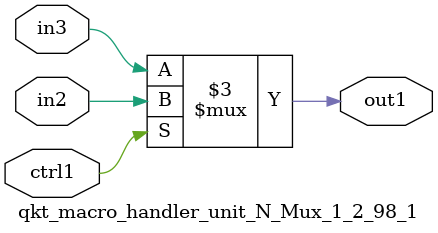
<source format=v>

`timescale 1ps / 1ps


module qkt_macro_handler_unit_N_Mux_1_2_98_1( in3, in2, ctrl1, out1 );

    input in3;
    input in2;
    input ctrl1;
    output out1;
    reg out1;

    
    // rtl_process:qkt_macro_handler_unit_N_Mux_1_2_98_1/qkt_macro_handler_unit_N_Mux_1_2_98_1_thread_1
    always @*
      begin : qkt_macro_handler_unit_N_Mux_1_2_98_1_thread_1
        case (ctrl1) 
          1'b1: 
            begin
              out1 = in2;
            end
          default: 
            begin
              out1 = in3;
            end
        endcase
      end

endmodule


</source>
